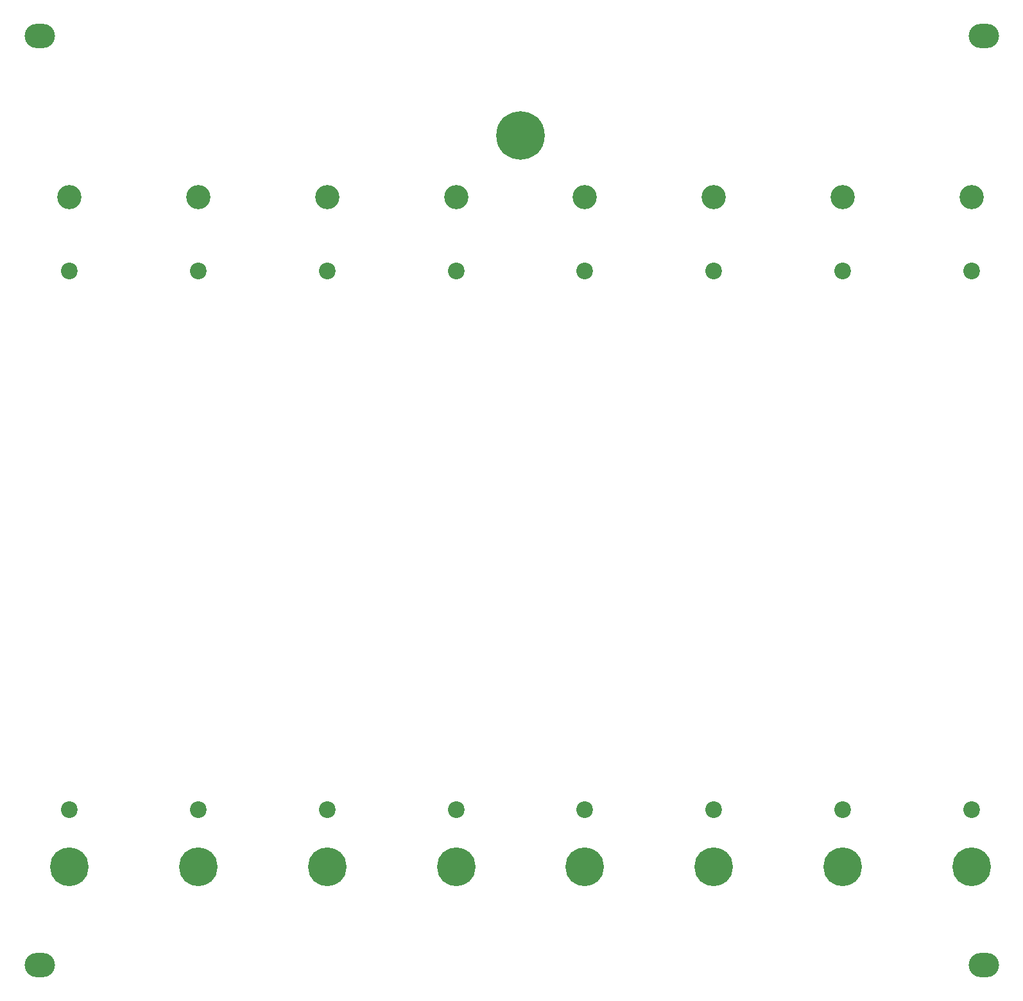
<source format=gbs>
%TF.GenerationSoftware,KiCad,Pcbnew,7.0.8*%
%TF.CreationDate,2024-02-26T10:42:40-05:00*%
%TF.ProjectId,lichen-freddie-panel,6c696368-656e-42d6-9672-65646469652d,1.0*%
%TF.SameCoordinates,Original*%
%TF.FileFunction,Soldermask,Bot*%
%TF.FilePolarity,Negative*%
%FSLAX46Y46*%
G04 Gerber Fmt 4.6, Leading zero omitted, Abs format (unit mm)*
G04 Created by KiCad (PCBNEW 7.0.8) date 2024-02-26 10:42:40*
%MOMM*%
%LPD*%
G01*
G04 APERTURE LIST*
G04 Aperture macros list*
%AMRoundRect*
0 Rectangle with rounded corners*
0 $1 Rounding radius*
0 $2 $3 $4 $5 $6 $7 $8 $9 X,Y pos of 4 corners*
0 Add a 4 corners polygon primitive as box body*
4,1,4,$2,$3,$4,$5,$6,$7,$8,$9,$2,$3,0*
0 Add four circle primitives for the rounded corners*
1,1,$1+$1,$2,$3*
1,1,$1+$1,$4,$5*
1,1,$1+$1,$6,$7*
1,1,$1+$1,$8,$9*
0 Add four rect primitives between the rounded corners*
20,1,$1+$1,$2,$3,$4,$5,0*
20,1,$1+$1,$4,$5,$6,$7,0*
20,1,$1+$1,$6,$7,$8,$9,0*
20,1,$1+$1,$8,$9,$2,$3,0*%
G04 Aperture macros list end*
%ADD10C,3.200000*%
%ADD11C,2.200000*%
%ADD12C,5.100000*%
%ADD13RoundRect,1.600000X0.400000X0.000000X-0.400000X0.000000X-0.400000X0.000000X0.400000X0.000000X0*%
%ADD14RoundRect,1.600000X-0.400000X0.000000X0.400000X0.000000X0.400000X0.000000X-0.400000X0.000000X0*%
%ADD15C,6.400000*%
G04 APERTURE END LIST*
D10*
%TO.C,LED_3*%
X145450000Y-124234000D03*
%TD*%
D11*
%TO.C,SLIDER_SCREW_TOP_6*%
X196450000Y-134008000D03*
%TD*%
D12*
%TO.C,BUTTON_5*%
X179450000Y-212577000D03*
%TD*%
D10*
%TO.C,LED_1*%
X111450000Y-124234000D03*
%TD*%
D13*
%TO.C, *%
X232080000Y-103000000D03*
%TD*%
D11*
%TO.C,SLIDER_SCREW_TOP_3*%
X145450000Y-134008000D03*
%TD*%
%TO.C,SLIDER_SCREW_BOTTOM_7*%
X213450000Y-205008000D03*
%TD*%
D12*
%TO.C,BUTTON_2*%
X128450000Y-212577000D03*
%TD*%
D10*
%TO.C,LED_3*%
X162450000Y-124234000D03*
%TD*%
%TO.C,LED_3*%
X196450000Y-124234000D03*
%TD*%
D11*
%TO.C,SLIDER_SCREW_TOP_8*%
X230450000Y-134008000D03*
%TD*%
D12*
%TO.C,BUTTON_1*%
X111450000Y-212577000D03*
%TD*%
D11*
%TO.C,SLIDER_SCREW_BOTTOM_4*%
X162450000Y-205008000D03*
%TD*%
%TO.C,SLIDER_SCREW_TOP_4*%
X162450000Y-134008000D03*
%TD*%
%TO.C,SLIDER_SCREW_TOP_7*%
X213450000Y-134008000D03*
%TD*%
D10*
%TO.C,LED_3*%
X179450000Y-124234000D03*
%TD*%
D14*
%TO.C, *%
X107500000Y-103000000D03*
%TD*%
D13*
%TO.C, *%
X232080000Y-225500000D03*
%TD*%
D11*
%TO.C,SLIDER_SCREW_TOP_2*%
X128450000Y-134008000D03*
%TD*%
%TO.C,SLIDER_SCREW_BOTTOM_3*%
X145450000Y-205008000D03*
%TD*%
D14*
%TO.C, *%
X107500000Y-225500000D03*
%TD*%
D11*
%TO.C,SLIDER_SCREW_BOTTOM_1*%
X111450000Y-205008000D03*
%TD*%
D10*
%TO.C,LED_3*%
X230450000Y-124234000D03*
%TD*%
%TO.C,LED_3*%
X213450000Y-124234000D03*
%TD*%
D11*
%TO.C,SLIDER_SCREW_BOTTOM_2*%
X128450000Y-205008000D03*
%TD*%
D15*
%TO.C,MIDI_JACK*%
X170950000Y-116108000D03*
%TD*%
D12*
%TO.C,BUTTON_7*%
X213450000Y-212577000D03*
%TD*%
%TO.C,BUTTON_8*%
X230450000Y-212577000D03*
%TD*%
%TO.C,BUTTON_3*%
X145450000Y-212577000D03*
%TD*%
D11*
%TO.C,SLIDER_SCREW_TOP_5*%
X179450000Y-134008000D03*
%TD*%
%TO.C,SLIDER_SCREW_BOTTOM_5*%
X179450000Y-205008000D03*
%TD*%
D12*
%TO.C,BUTTON_6*%
X196450000Y-212577000D03*
%TD*%
%TO.C,BUTTON_4*%
X162450000Y-212577000D03*
%TD*%
D11*
%TO.C,SLIDER_SCREW_BOTTOM_8*%
X230450000Y-205008000D03*
%TD*%
%TO.C,SLIDER_SCREW_TOP_1*%
X111450000Y-134008000D03*
%TD*%
%TO.C,SLIDER_SCREW_BOTTOM_6*%
X196450000Y-205008000D03*
%TD*%
D10*
%TO.C,LED_2*%
X128450000Y-124234000D03*
%TD*%
M02*

</source>
